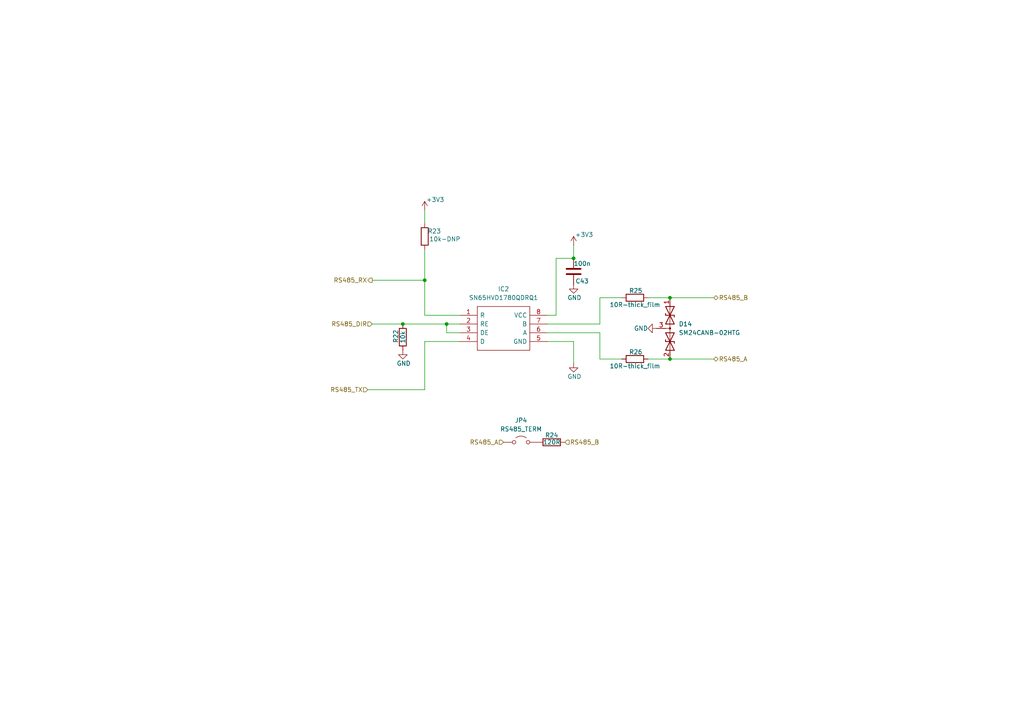
<source format=kicad_sch>
(kicad_sch (version 20231120) (generator "eeschema") (generator_version "8.0")
  (paper "A4")
  (lib_symbols
    (symbol "Device:C" (pin_numbers hide) (pin_names (offset 0.254))
      (property "Reference" "C" (at 0.635 2.54 0))
      (property "Value" "C" (at 0.635 -2.54 0))
      (symbol "C_0_1"
        (polyline (pts (xy -2.032 -0.762) (xy 2.032 -0.762)) (stroke (width 0.508)))
        (polyline (pts (xy -2.032 0.762) (xy 2.032 0.762)) (stroke (width 0.508)))
      )
      (symbol "C_1_1"
        (pin passive line (at 0 3.81 270) (length 2.794) (name "~") (number "1"))
        (pin passive line (at 0 -3.81 90) (length 2.794) (name "~") (number "2"))
      )
    )
    (symbol "Device:D_TVS_Dual_AAC" (pin_names (offset 1.016) hide)
      (property "Reference" "D" (at 0 4.445 0))
      (property "Value" "D_TVS_Dual_AAC" (at 0 2.54 0))
      (symbol "D_TVS_Dual_AAC_0_0"
        (polyline (pts (xy 0 -1.27) (xy 0 0)))
      )
      (symbol "D_TVS_Dual_AAC_0_1"
        (polyline (pts (xy -6.35 0) (xy 6.35 0)))
        (polyline (pts (xy -3.302 1.27) (xy -3.81 1.27) (xy -3.81 -1.27) (xy -4.318 -1.27)) (stroke (width 0.254)))
        (polyline (pts (xy 4.318 1.27) (xy 3.81 1.27) (xy 3.81 -1.27) (xy 3.302 -1.27)) (stroke (width 0.254)))
        (polyline (pts (xy -6.35 1.27) (xy -1.27 -1.27) (xy -1.27 1.27) (xy -6.35 -1.27) (xy -6.35 1.27)) (stroke (width 0.254)))
        (polyline (pts (xy 6.35 1.27) (xy 1.27 -1.27) (xy 1.27 1.27) (xy 6.35 -1.27) (xy 6.35 1.27)) (stroke (width 0.254)))
        (circle (center 0 0) (radius 0.254) (fill (type outline)))
      )
      (symbol "D_TVS_Dual_AAC_1_1"
        (pin passive line (at -8.89 0 0) (length 2.54) (name "A1") (number "1"))
        (pin passive line (at 8.89 0 180) (length 2.54) (name "A2") (number "2"))
        (pin passive line (at 0 -3.81 90) (length 2.54) (name "common") (number "3"))
      )
    )
    (symbol "Device:R" (pin_numbers hide) (pin_names (offset 0))
      (property "Reference" "R" (at 2.032 0 90))
      (property "Value" "R" (at 0 0 90))
      (symbol "R_0_1"
        (rectangle (start -1.016 -2.54) (end 1.016 2.54) (stroke (width 0.254)))
      )
      (symbol "R_1_1"
        (pin passive line (at 0 3.81 270) (length 1.27) (name "~") (number "1"))
        (pin passive line (at 0 -3.81 90) (length 1.27) (name "~") (number "2"))
      )
    )
    (symbol "Jumper:Jumper_2_Open" (pin_numbers hide) (pin_names (offset 0) hide) (exclude_from_sim yes)
      (property "Reference" "JP" (at 0 2.794 0))
      (property "Value" "Jumper_2_Open" (at 0 -2.286 0))
      (symbol "Jumper_2_Open_0_0"
        (circle (center -2.032 0) (radius 0.508))
        (circle (center 2.032 0) (radius 0.508))
      )
      (symbol "Jumper_2_Open_0_1"
        (arc (start 1.524 1.27) (mid 0 1.778) (end -1.524 1.27))
      )
      (symbol "Jumper_2_Open_1_1"
        (pin passive line (at -5.08 0 0) (length 2.54) (name "A") (number "1"))
        (pin passive line (at 5.08 0 180) (length 2.54) (name "B") (number "2"))
      )
    )
    (symbol "SamacSys_Parts:SN65HVD1780QDRQ1" (pin_names (offset 0.762))
      (property "Reference" "IC" (at 21.59 7.62 0))
      (property "Value" "SN65HVD1780QDRQ1" (at 21.59 5.08 0))
      (symbol "SN65HVD1780QDRQ1_0_0"
        (pin passive line (at 0 0 0) (length 5.08) (name "R") (number "1"))
        (pin passive line (at 0 -2.54 0) (length 5.08) (name "RE") (number "2"))
        (pin passive line (at 0 -5.08 0) (length 5.08) (name "DE") (number "3"))
        (pin passive line (at 0 -7.62 0) (length 5.08) (name "D") (number "4"))
        (pin passive line (at 25.4 -7.62 180) (length 5.08) (name "GND") (number "5"))
        (pin passive line (at 25.4 -5.08 180) (length 5.08) (name "A") (number "6"))
        (pin passive line (at 25.4 -2.54 180) (length 5.08) (name "B") (number "7"))
        (pin passive line (at 25.4 0 180) (length 5.08) (name "VCC") (number "8"))
      )
      (symbol "SN65HVD1780QDRQ1_0_1"
        (polyline (pts (xy 5.08 2.54) (xy 20.32 2.54) (xy 20.32 -10.16) (xy 5.08 -10.16) (xy 5.08 2.54)) (stroke (width 0.1524)))
      )
    )
    (symbol "power:+3V3" (power) (pin_numbers hide) (pin_names (offset 0) hide)
      (property "Value" "+3V3" (at 0 3.556 0))
      (symbol "+3V3_0_1"
        (polyline (pts (xy -0.762 1.27) (xy 0 2.54)))
        (polyline (pts (xy 0 0) (xy 0 2.54)))
        (polyline (pts (xy 0 2.54) (xy 0.762 1.27)))
      )
      (symbol "+3V3_1_1"
        (pin power_in line (at 0 0 90) (length 0) (name "~") (number "1"))
      )
    )
    (symbol "power:GND" (power) (pin_numbers hide) (pin_names (offset 0) hide)
      (property "Value" "GND" (at 0 -3.81 0))
      (symbol "GND_0_1"
        (polyline (pts (xy 0 0) (xy 0 -1.27) (xy 1.27 -1.27) (xy 0 -2.54) (xy -1.27 -1.27) (xy 0 -1.27)))
      )
      (symbol "GND_1_1"
        (pin power_in line (at 0 0 270) (length 0) (name "~") (number "1"))
      )
    )
  )
  (junction (at 166.37 74.93))
  (junction (at 123.19 81.28))
  (junction (at 116.84 93.98))
  (junction (at 129.54 93.98))
  (junction (at 194.31 86.36))
  (junction (at 194.31 104.14))
  (wire (pts (xy 173.99 104.14) (xy 180.34 104.14)))
  (wire (pts (xy 133.35 96.52) (xy 129.54 96.52)))
  (wire (pts (xy 166.37 74.93) (xy 161.29 74.93)))
  (wire (pts (xy 158.75 93.98) (xy 173.99 93.98)))
  (wire (pts (xy 173.99 86.36) (xy 173.99 93.98)))
  (wire (pts (xy 123.19 60.96) (xy 123.19 64.77)))
  (wire (pts (xy 129.54 93.98) (xy 133.35 93.98)))
  (wire (pts (xy 133.35 99.06) (xy 123.19 99.06)))
  (wire (pts (xy 158.75 96.52) (xy 173.99 96.52)))
  (wire (pts (xy 123.19 99.06) (xy 123.19 113.03)))
  (wire (pts (xy 123.19 72.39) (xy 123.19 81.28)))
  (wire (pts (xy 129.54 96.52) (xy 129.54 93.98)))
  (wire (pts (xy 116.84 93.98) (xy 129.54 93.98)))
  (wire (pts (xy 161.29 74.93) (xy 161.29 91.44)))
  (wire (pts (xy 106.68 113.03) (xy 123.19 113.03)))
  (wire (pts (xy 194.31 104.14) (xy 207.01 104.14)))
  (wire (pts (xy 187.96 104.14) (xy 194.31 104.14)))
  (wire (pts (xy 194.31 86.36) (xy 207.01 86.36)))
  (wire (pts (xy 107.95 93.98) (xy 116.84 93.98)))
  (wire (pts (xy 158.75 99.06) (xy 166.37 99.06)))
  (wire (pts (xy 107.95 81.28) (xy 123.19 81.28)))
  (wire (pts (xy 166.37 99.06) (xy 166.37 105.41)))
  (wire (pts (xy 173.99 86.36) (xy 180.34 86.36)))
  (wire (pts (xy 173.99 96.52) (xy 173.99 104.14)))
  (wire (pts (xy 166.37 71.12) (xy 166.37 74.93)))
  (wire (pts (xy 161.29 91.44) (xy 158.75 91.44)))
  (wire (pts (xy 123.19 91.44) (xy 133.35 91.44)))
  (wire (pts (xy 123.19 81.28) (xy 123.19 91.44)))
  (wire (pts (xy 187.96 86.36) (xy 194.31 86.36)))
  (hierarchical_label "RS485_TX" (shape input) (at 106.68 113.03 180))
  (hierarchical_label "RS485_RX" (shape output) (at 107.95 81.28 180))
  (hierarchical_label "RS485_A" (shape input) (at 146.05 128.27 180))
  (hierarchical_label "RS485_DIR" (shape input) (at 107.95 93.98 180))
  (hierarchical_label "RS485_B" (shape input) (at 163.83 128.27 0))
  (hierarchical_label "RS485_A" (shape bidirectional) (at 207.01 104.14 0))
  (hierarchical_label "RS485_B" (shape bidirectional) (at 207.01 86.36 0))
  (symbol (lib_id "power:+3V3") (at 166.37 71.12 0) (unit 1)
    (property "Reference" "#PWR097" (effects (hide yes)))
    (property "Value" "+3V3" (at 169.418 68.072 0))
    (property "Description" "Power symbol creates a global label with name \"+3V3\"" (effects (hide yes)))
  )
  (symbol (lib_id "SamacSys_Parts:SN65HVD1780QDRQ1") (at 133.35 91.44 0) (unit 1)
    (property "Reference" "IC2" (at 146.05 83.82 0))
    (property "Value" "SN65HVD1780QDRQ1" (at 146.05 86.36 0))
    (property "Footprint" "Package_SO:SOIC-8_3.9x4.9mm_P1.27mm" (effects (hide yes)))
    (property "Datasheet" "http://www.ti.com/lit/gpn/sn65hvd1780-q1" (effects (hide yes)))
    (property "Description" "Automotive Fault-Protected RS-485 Transceivers with 3.3-V to 5-V Operation" (effects (hide yes)))
    (property "Description_1" "Automotive Fault-Protected RS-485 Transceivers with 3.3-V to 5-V Operation" (effects (hide yes)))
    (property "Height" "1.75" (effects (hide yes)))
    (property "Mouser Part Number" "595-SN65HVD1780QDRQ1" (effects (hide yes)))
    (property "Mouser Price/Stock" "https://www.mouser.co.uk/ProductDetail/Texas-Instruments/SN65HVD1780QDRQ1?qs=8%2FmU9qzJpL%252B4EXiNnTl5Pg%3D%3D" (effects (hide yes)))
    (property "Manufacturer_Name" "Texas Instruments" (effects (hide yes)))
    (property "Manufacturer_Part_Number" "SN65HVD1780QDRQ1" (effects (hide yes)))
  )
  (symbol (lib_id "Jumper:Jumper_2_Open") (at 151.13 128.27 0) (unit 1) (exclude_from_sim yes)
    (property "Reference" "JP4" (at 151.13 121.92 0))
    (property "Value" "RS485_TERM" (at 151.13 124.46 0))
    (property "Footprint" "Jumper:SolderJumper-2_P1.3mm_Bridged_RoundedPad1.0x1.5mm" (effects (hide yes)))
    (property "Description" "Jumper, 2-pole, open" (effects (hide yes)))
  )
  (symbol (lib_id "Device:R") (at 123.19 68.58 180) (unit 1)
    (property "Reference" "R23" (at 125.984 67.056 0))
    (property "Value" "10k-DNP" (at 129.032 69.342 0))
    (property "Footprint" "Resistor_SMD:R_0805_2012Metric_Pad1.20x1.40mm_HandSolder" (effects (hide yes)))
    (property "Description" "Resistor" (effects (hide yes)))
  )
  (symbol (lib_id "Device:R") (at 184.15 86.36 90) (unit 1)
    (property "Reference" "R25" (at 184.404 84.328 90))
    (property "Value" "10R-thick_film" (at 184.15 88.392 90))
    (property "Footprint" "Resistor_SMD:R_0805_2012Metric_Pad1.20x1.40mm_HandSolder" (effects (hide yes)))
    (property "Description" "Resistor" (effects (hide yes)))
  )
  (symbol (lib_id "power:GND") (at 166.37 82.55 0) (unit 1)
    (property "Reference" "#PWR098" (effects (hide yes)))
    (property "Value" "GND" (at 168.656 86.36 0) (effects (justify right)))
    (property "Description" "Power symbol creates a global label with name \"GND\" , ground" (effects (hide yes)))
  )
  (symbol (lib_id "Device:C") (at 166.37 78.74 0) (unit 1)
    (property "Reference" "C43" (at 166.878 81.534 0) (effects (justify left)))
    (property "Value" "100n" (at 166.37 76.454 0) (effects (justify left)))
    (property "Footprint" "Capacitor_SMD:C_0805_2012Metric_Pad1.18x1.45mm_HandSolder" (effects (hide yes)))
    (property "Description" "Unpolarized capacitor" (effects (hide yes)))
  )
  (symbol (lib_id "Device:R") (at 184.15 104.14 90) (unit 1)
    (property "Reference" "R26" (at 184.404 102.108 90))
    (property "Value" "10R-thick_film" (at 184.15 106.172 90))
    (property "Footprint" "Resistor_SMD:R_0805_2012Metric_Pad1.20x1.40mm_HandSolder" (effects (hide yes)))
    (property "Description" "Resistor" (effects (hide yes)))
  )
  (symbol (lib_id "power:+3V3") (at 123.19 60.96 0) (unit 1)
    (property "Reference" "#PWR096" (effects (hide yes)))
    (property "Value" "+3V3" (at 126.238 57.912 0))
    (property "Description" "Power symbol creates a global label with name \"+3V3\"" (effects (hide yes)))
  )
  (symbol (lib_id "power:GND") (at 166.37 105.41 0) (unit 1)
    (property "Reference" "#PWR099" (effects (hide yes)))
    (property "Value" "GND" (at 168.656 109.22 0) (effects (justify right)))
    (property "Description" "Power symbol creates a global label with name \"GND\" , ground" (effects (hide yes)))
  )
  (symbol (lib_id "Device:D_TVS_Dual_AAC") (at 194.31 95.25 270) (unit 1)
    (property "Reference" "D14" (at 196.85 93.9799 90) (effects (justify left)))
    (property "Value" "SM24CANB-02HTG" (at 196.85 96.5199 90) (effects (justify left)))
    (property "Footprint" "Package_TO_SOT_SMD:SOT-23-3" (effects (hide yes)))
    (property "Description" "Bidirectional dual transient-voltage-suppression diode, center on pin 3" (effects (hide yes)))
  )
  (symbol (lib_id "Device:R") (at 116.84 97.79 180) (unit 1)
    (property "Reference" "R22" (at 114.808 97.536 90))
    (property "Value" "10k" (at 116.84 97.79 90))
    (property "Footprint" "Resistor_SMD:R_0805_2012Metric_Pad1.20x1.40mm_HandSolder" (effects (hide yes)))
    (property "Description" "Resistor" (effects (hide yes)))
  )
  (symbol (lib_id "Device:R") (at 160.02 128.27 90) (unit 1)
    (property "Reference" "R24" (at 160.02 126.238 90))
    (property "Value" "120R" (at 160.02 128.27 90))
    (property "Footprint" "Resistor_SMD:R_0805_2012Metric_Pad1.20x1.40mm_HandSolder" (effects (hide yes)))
    (property "Description" "Resistor" (effects (hide yes)))
  )
  (symbol (lib_id "power:GND") (at 116.84 101.6 0) (unit 1)
    (property "Reference" "#PWR095" (effects (hide yes)))
    (property "Value" "GND" (at 119.126 105.41 0) (effects (justify right)))
    (property "Description" "Power symbol creates a global label with name \"GND\" , ground" (effects (hide yes)))
  )
  (symbol (lib_id "power:GND") (at 190.5 95.25 270) (unit 1)
    (property "Reference" "#PWR0100" (effects (hide yes)))
    (property "Value" "GND" (at 187.96 95.25 90) (effects (justify right)))
    (property "Description" "Power symbol creates a global label with name \"GND\" , ground" (effects (hide yes)))
  )
)
</source>
